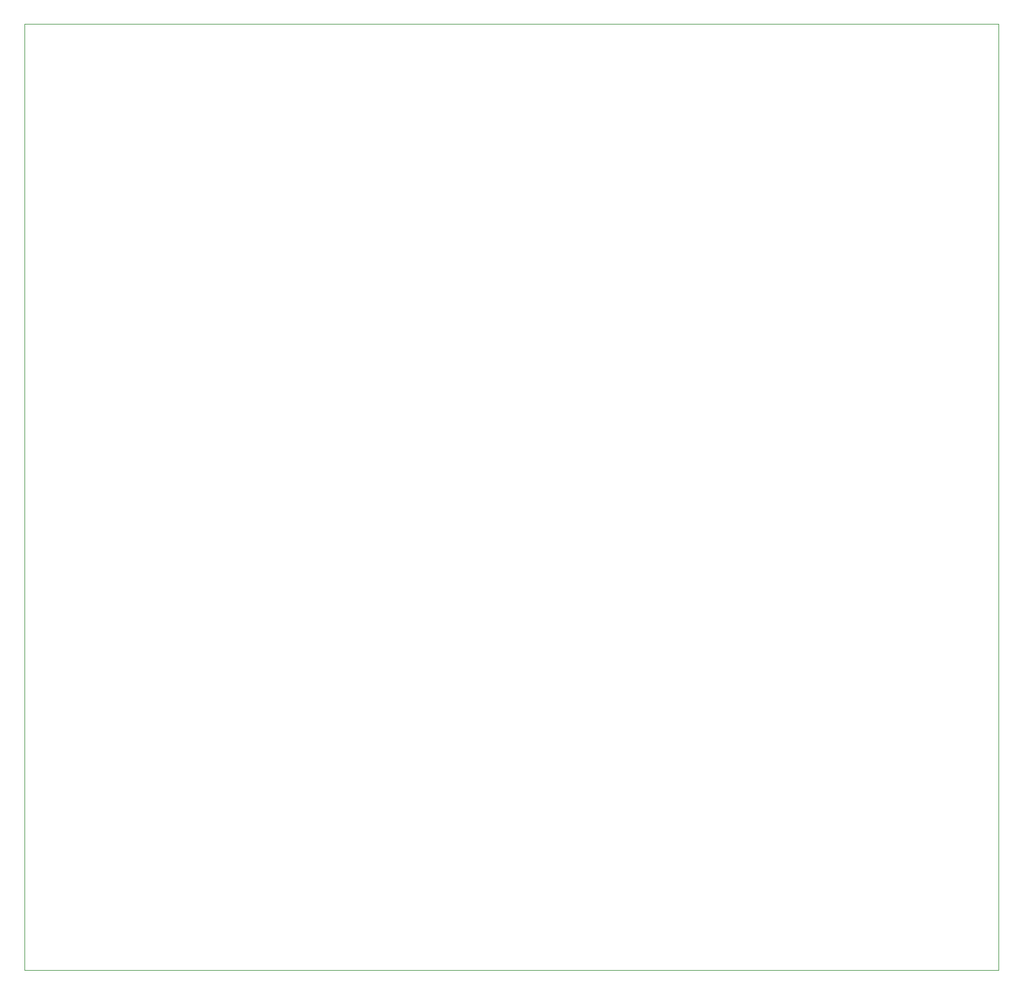
<source format=gm1>
G04 #@! TF.GenerationSoftware,KiCad,Pcbnew,no-vcs-found-7520~57~ubuntu14.04.1*
G04 #@! TF.CreationDate,2017-01-27T05:22:33+00:00*
G04 #@! TF.ProjectId,dart_telem,646172745F74656C656D2E6B69636164,rev?*
G04 #@! TF.FileFunction,Profile,NP*
%FSLAX46Y46*%
G04 Gerber Fmt 4.6, Leading zero omitted, Abs format (unit mm)*
G04 Created by KiCad (PCBNEW no-vcs-found-7520~57~ubuntu14.04.1) date Fri Jan 27 05:22:33 2017*
%MOMM*%
%LPD*%
G01*
G04 APERTURE LIST*
%ADD10C,0.100000*%
G04 APERTURE END LIST*
D10*
X20000000Y-154000000D02*
X20000000Y-20000000D01*
X20000000Y-20000000D02*
X158000000Y-20000000D01*
X158000000Y-20000000D02*
X158000000Y-154000000D01*
X158000000Y-154000000D02*
X20000000Y-154000000D01*
M02*

</source>
